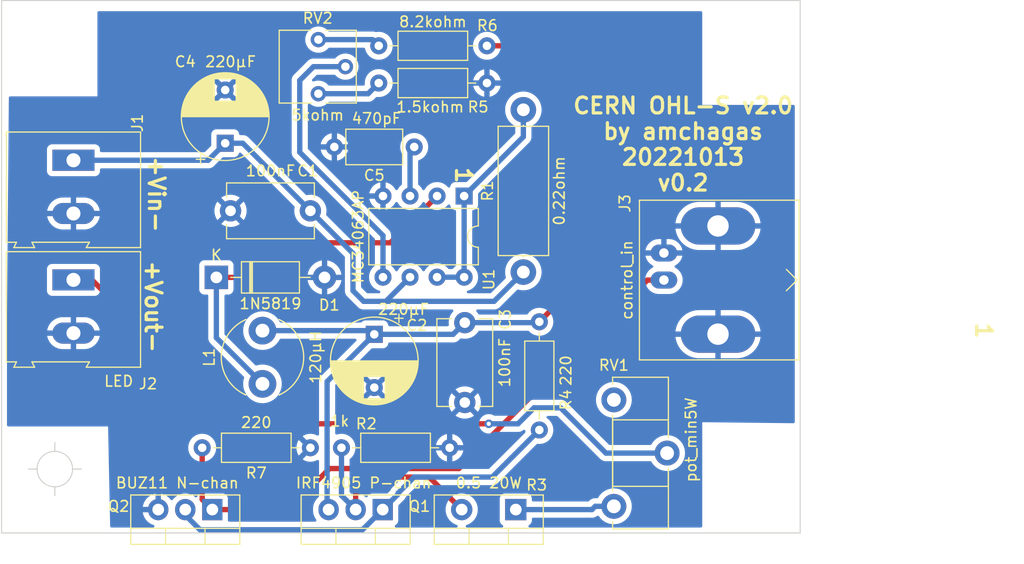
<source format=kicad_pcb>
(kicad_pcb (version 20211014) (generator pcbnew)
  (layers (0 "F.Cu" signal) (31 "B.Cu" signal) (34 "B.Paste" user) (35 "F.Paste" user) (36 "B.SilkS" user "B.Silkscreen") (37 "F.SilkS" user "F.Silkscreen") (38 "B.Mask" user) (39 "F.Mask" user) (44 "Edge.Cuts" user))
  (net 0 "")
  (net 1 "GND")
  (net 2 "Net-(J2-Pad1)")
  (net 3 "Net-(C2-Pad1)")
  (net 4 "VDD")
  (net 5 "Net-(D1-Pad1)")
  (net 6 "Net-(J3-Pad1)")
  (net 7 "Net-(C5-Pad1)")
  (net 8 "Net-(Q1-Pad1)")
  (net 9 "Net-(Q1-Pad2)")
  (net 10 "Net-(R1-Pad2)")
  (net 11 "Net-(R3-Pad1)")
  (net 12 "Net-(R5-Pad1)")
  (net 13 "Net-(R6-Pad2)")
  (net 15 "Net-(RV2-Pad2)")
  (footprint "Capacitor_THT:C_Disc_D8.0mm_W5.0mm_P7.50mm" (layer "F.Cu") (at 115 72.75 180)
    (fp_text reference "C1" (at 0.25 3.75) (layer "F.SilkS"))
    (fp_text value "100nF" (at 3.75 3.75) (layer "F.SilkS"))
    (pad "1" thru_hole circle (at 0 0 180) (size 2 2) (drill 1) (layers *.Cu *.Mask) (net 4 "VDD"))
    (pad "2" thru_hole circle (at 7.5 0 180) (size 2 2) (drill 1) (layers *.Cu *.Mask) (net 1 "GND"))
  )
  (footprint "Capacitor_THT:CP_Radial_D8.0mm_P5.00mm" (layer "F.Cu") (at 121 84.347349 -90)
    (fp_text reference "C2" (at -0.847349 -4) (layer "F.SilkS"))
    (fp_text value "220µF" (at -2.347349 -2.75 180) (layer "F.SilkS"))
    (pad "1" thru_hole rect locked (at 0 0 270) (size 1.6 1.6) (drill 0.8) (layers *.Cu *.Mask) (net 3 "Net-(C2-Pad1)"))
    (pad "2" thru_hole circle locked (at 5 0 270) (size 1.6 1.6) (drill 0.8) (layers *.Cu *.Mask) (net 1 "GND"))
  )
  (footprint "Capacitor_THT:C_Disc_D8.0mm_W5.0mm_P7.50mm" (layer "F.Cu") (at 129.5 90.75 90)
    (fp_text reference "C3" (at 7.8 3.8 90) (layer "F.SilkS"))
    (fp_text value "100nF" (at 3.75 3.75 90) (layer "F.SilkS"))
    (pad "1" thru_hole circle locked (at 0 0 90) (size 2 2) (drill 1) (layers *.Cu *.Mask) (net 1 "GND"))
    (pad "2" thru_hole circle locked (at 7.5 0 90) (size 2 2) (drill 1) (layers *.Cu *.Mask) (net 3 "Net-(C2-Pad1)"))
  )
  (footprint "Capacitor_THT:CP_Radial_D8.0mm_P5.00mm" (layer "F.Cu") (at 107 66.402651 90)
    (fp_text reference "C4" (at 7.652651 -3.75) (layer "F.SilkS"))
    (fp_text value "220µF" (at 7.652651 0.5) (layer "F.SilkS"))
    (pad "1" thru_hole rect locked (at 0 0 90) (size 1.6 1.6) (drill 0.8) (layers *.Cu *.Mask) (net 4 "VDD"))
    (pad "2" thru_hole circle locked (at 5 0 90) (size 1.6 1.6) (drill 0.8) (layers *.Cu *.Mask) (net 1 "GND"))
  )
  (footprint "Capacitor_THT:C_Axial_L5.1mm_D3.1mm_P7.50mm_Horizontal" (layer "F.Cu") (at 124.75 66.75 180)
    (fp_text reference "C5" (at 3.75 -2.67) (layer "F.SilkS"))
    (fp_text value "470pF" (at 3.55 2.67) (layer "F.SilkS"))
    (pad "1" thru_hole circle (at 0 0 180) (size 1.6 1.6) (drill 0.8) (layers *.Cu *.Mask) (net 7 "Net-(C5-Pad1)"))
    (pad "2" thru_hole oval (at 7.5 0 180) (size 1.6 1.6) (drill 0.8) (layers *.Cu *.Mask) (net 1 "GND"))
  )
  (footprint "Diode_THT:D_DO-41_SOD81_P10.16mm_Horizontal" (layer "F.Cu") (at 106.17 79)
    (fp_text reference "D1" (at 10.6 2.6) (layer "F.SilkS"))
    (fp_text value "1N5819" (at 5.08 2.47) (layer "F.SilkS"))
    (fp_text user "K" (at 0 -2.1) (layer "F.SilkS"))
    (pad "1" thru_hole rect locked (at 0 0) (size 2.2 2.2) (drill 1.1) (layers *.Cu *.Mask) (net 5 "Net-(D1-Pad1)"))
    (pad "2" thru_hole oval locked (at 10.16 0) (size 2.2 2.2) (drill 1.1) (layers *.Cu *.Mask) (net 1 "GND"))
  )
  (footprint "TerminalBlock:TerminalBlock_Altech_AK300-2_P5.00mm" (layer "F.Cu") (at 92.75 79.235 -90)
    (fp_text reference "J2" (at 9.765 -7) (layer "F.SilkS"))
    (fp_text value "LED" (at 9.515 -4.25) (layer "F.SilkS"))
    (pad "1" thru_hole rect locked (at 0 0 270) (size 1.98 3.96) (drill 1.32) (layers *.Cu *.Mask) (net 2 "Net-(J2-Pad1)"))
    (pad "2" thru_hole oval locked (at 5 0 270) (size 1.98 3.96) (drill 1.32) (layers *.Cu *.Mask) (net 1 "GND"))
  )
  (footprint "Connector_Coaxial_extra:BNC_Amphenol_B6252HB-NPP3G-50_Horizontal" (layer "F.Cu") (at 148.2 79.25 -90)
    (fp_text reference "J3" (at -7.1958 3.6606 90) (layer "F.SilkS"))
    (fp_text value "control_in" (at 0 3.4606 90) (layer "F.SilkS"))
    (pad "1" thru_hole oval locked (at 0 0 270) (size 1.6 2.5) (drill 0.89) (layers *.Cu *.Mask) (net 6 "Net-(J3-Pad1)"))
    (pad "2" thru_hole oval locked (at -5.08 -5.08 270) (size 3.5 7) (drill 2.01) (layers *.Cu *.Mask) (net 1 "GND"))
    (pad "2" thru_hole oval locked (at 5.08 -5.08 270) (size 3.5 7) (drill 2.01) (layers *.Cu *.Mask) (net 1 "GND"))
    (pad "2" thru_hole oval locked (at -2.54 0 270) (size 1.6 2.5) (drill 0.89) (layers *.Cu *.Mask) (net 1 "GND"))
  )
  (footprint "Package_TO_SOT_THT:TO-220-3_Vertical" (layer "F.Cu") (at 121.79 100.805 180)
    (fp_text reference "Q1" (at -3.46 0.305) (layer "F.SilkS"))
    (fp_text value "IRF4905 P-chan" (at 1.79 2.5) (layer "F.SilkS"))
    (pad "1" thru_hole rect (at 0 0 180) (size 1.905 2) (drill 1.1) (layers *.Cu *.Mask) (net 8 "Net-(Q1-Pad1)"))
    (pad "2" thru_hole oval (at 2.54 0 180) (size 1.905 2) (drill 1.1) (layers *.Cu *.Mask) (net 9 "Net-(Q1-Pad2)"))
    (pad "3" thru_hole oval (at 5.08 0 180) (size 1.905 2) (drill 1.1) (layers *.Cu *.Mask) (net 3 "Net-(C2-Pad1)"))
  )
  (footprint "Package_TO_SOT_THT:TO-220-3_Vertical" (layer "F.Cu") (at 105.79 100.805 180)
    (fp_text reference "Q2" (at 8.79 0.305) (layer "F.SilkS"))
    (fp_text value "BUZ11 N-chan" (at 3.29 2.5) (layer "F.SilkS"))
    (pad "1" thru_hole rect (at 0 0 180) (size 1.905 2) (drill 1.1) (layers *.Cu *.Mask) (net 6 "Net-(J3-Pad1)"))
    (pad "2" thru_hole oval (at 2.54 0 180) (size 1.905 2) (drill 1.1) (layers *.Cu *.Mask) (net 8 "Net-(Q1-Pad1)"))
    (pad "3" thru_hole oval (at 5.08 0 180) (size 1.905 2) (drill 1.1) (layers *.Cu *.Mask) (net 1 "GND"))
  )
  (footprint "Resistor_THT:R_Axial_DIN0414_L11.9mm_D4.5mm_P15.24mm_Horizontal" (layer "F.Cu") (at 135 78.5 90)
    (fp_text reference "R1" (at 7.62 -3.37 90) (layer "F.SilkS"))
    (fp_text value "0.22ohm" (at 7.62 3.37 90) (layer "F.SilkS"))
    (pad "1" thru_hole circle (at 0 0 90) (size 2.4 2.4) (drill 1.2) (layers *.Cu *.Mask) (net 4 "VDD"))
    (pad "2" thru_hole oval (at 15.24 0 90) (size 2.4 2.4) (drill 1.2) (layers *.Cu *.Mask) (net 10 "Net-(R1-Pad2)"))
  )
  (footprint "Package_TO_SOT_THT:TO-220-2_Vertical" (layer "F.Cu") (at 134.29 100.805 180)
    (fp_text reference "R3" (at -1.96 2.305) (layer "F.SilkS"))
    (fp_text value "0.5 20W" (at 2.54 2.5) (layer "F.SilkS"))
    (pad "1" thru_hole rect (at 0 0 180) (size 2 2) (drill 1.1) (layers *.Cu *.Mask) (net 11 "Net-(R3-Pad1)"))
    (pad "2" thru_hole oval (at 5.08 0 180) (size 2 2) (drill 1.1) (layers *.Cu *.Mask) (net 9 "Net-(Q1-Pad2)"))
  )
  (footprint "Resistor_THT:R_Axial_DIN0207_L6.3mm_D2.5mm_P10.16mm_Horizontal" (layer "F.Cu") (at 136.5 93.33 90)
    (fp_text reference "R4" (at 2.83 2.5 90) (layer "F.SilkS"))
    (fp_text value "220" (at 5.58 2.5 90) (layer "F.SilkS"))
    (pad "1" thru_hole circle locked (at 0 0 90) (size 1.6 1.6) (drill 0.8) (layers *.Cu *.Mask) (net 8 "Net-(Q1-Pad1)"))
    (pad "2" thru_hole oval locked (at 10.16 0 90) (size 1.6 1.6) (drill 0.8) (layers *.Cu *.Mask) (net 3 "Net-(C2-Pad1)"))
  )
  (footprint "Resistor_THT:R_Axial_DIN0207_L6.3mm_D2.5mm_P10.16mm_Horizontal" (layer "F.Cu") (at 121.42 60.75)
    (fp_text reference "R5" (at 9.33 2.25) (layer "F.SilkS"))
    (fp_text value "1.5kohm" (at 4.83 2.25) (layer "F.SilkS"))
    (pad "1" thru_hole circle locked (at 0 0) (size 1.6 1.6) (drill 0.8) (layers *.Cu *.Mask) (net 12 "Net-(R5-Pad1)"))
    (pad "2" thru_hole oval locked (at 10.16 0) (size 1.6 1.6) (drill 0.8) (layers *.Cu *.Mask) (net 1 "GND"))
  )
  (footprint "Potentiometer_THT:Potentiometer_Vishay_T73YP_Vertical" (layer "F.Cu") (at 115.75 61.75)
    (fp_text reference "RV2" (at -0.06 -7.09) (layer "F.SilkS"))
    (fp_text value "5kohm" (at -0.06 2.01) (layer "F.SilkS"))
    (pad "1" thru_hole circle (at 0 0) (size 1.44 1.44) (drill 0.8) (layers *.Cu *.Mask) (net 12 "Net-(R5-Pad1)"))
    (pad "2" thru_hole circle (at 2.54 -2.54) (size 1.44 1.44) (drill 0.8) (layers *.Cu *.Mask) (net 15 "Net-(RV2-Pad2)"))
    (pad "3" thru_hole circle (at 0 -5.08) (size 1.44 1.44) (drill 0.8) (layers *.Cu *.Mask) (net 13 "Net-(R6-Pad2)"))
  )
  (footprint "Package_DIP:DIP-8_W7.62mm" (layer "F.Cu") (at 129.4384 71.3608 -90)
    (fp_text reference "U1" (at 7.8392 -2.33 -90) (layer "F.SilkS"))
    (fp_text value "MC34063AP" (at 3.81 9.95 -90) (layer "F.SilkS"))
    (pad "1" thru_hole rect locked (at 0 0 270) (size 1.6 1.6) (drill 0.8) (layers *.Cu *.Mask) (net 10 "Net-(R1-Pad2)"))
    (pad "2" thru_hole oval locked (at 0 2.54 270) (size 1.6 1.6) (drill 0.8) (layers *.Cu *.Mask) (net 5 "Net-(D1-Pad1)"))
    (pad "3" thru_hole oval locked (at 0 5.08 270) (size 1.6 1.6) (drill 0.8) (layers *.Cu *.Mask) (net 7 "Net-(C5-Pad1)"))
    (pad "4" thru_hole oval locked (at 0 7.62 270) (size 1.6 1.6) (drill 0.8) (layers *.Cu *.Mask) (net 1 "GND"))
    (pad "5" thru_hole oval locked (at 7.62 7.62 270) (size 1.6 1.6) (drill 0.8) (layers *.Cu *.Mask) (net 15 "Net-(RV2-Pad2)"))
    (pad "6" thru_hole oval locked (at 7.62 5.08 270) (size 1.6 1.6) (drill 0.8) (layers *.Cu *.Mask) (net 4 "VDD"))
    (pad "7" thru_hole oval locked (at 7.62 2.54 270) (size 1.6 1.6) (drill 0.8) (layers *.Cu *.Mask) (net 10 "Net-(R1-Pad2)"))
    (pad "8" thru_hole oval locked (at 7.62 0 270) (size 1.6 1.6) (drill 0.8) (layers *.Cu *.Mask) (net 10 "Net-(R1-Pad2)"))
  )
  (footprint "MountingHole:MountingHole_3.2mm_M3" (layer "F.Cu") (at 91 58)
    (fp_text reference "H1" hide)
    (fp_text value "MountingHole")
    (pad "" np_thru_hole circle locked (at 0 0) (size 3.2 3.2) (drill 3.2) (layers *.Cu *.Mask))
  )
  (footprint "MountingHole:MountingHole_3.2mm_M3" (layer "F.Cu") (at 91 97)
    (fp_text reference "H3" hide)
    (fp_text value "MountingHole")
    (pad "" np_thru_hole circle locked (at 0 0) (size 3.2 3.2) (drill 3.2) (layers *.Cu *.Mask))
  )
  (footprint "Resistor_THT:R_Axial_DIN0207_L6.3mm_D2.5mm_P10.16mm_Horizontal" (layer "F.Cu") (at 131.58 57.25 180)
    (fp_text reference "R6" (at -0.04 1.9) (layer "F.SilkS"))
    (fp_text value "8.2kohm" (at 5.08 2.25) (layer "F.SilkS"))
    (pad "1" thru_hole circle locked (at 0 0 180) (size 1.6 1.6) (drill 0.8) (layers *.Cu *.Mask) (net 3 "Net-(C2-Pad1)"))
    (pad "2" thru_hole oval locked (at 10.16 0 180) (size 1.6 1.6) (drill 0.8) (layers *.Cu *.Mask) (net 13 "Net-(R6-Pad2)"))
  )
  (footprint "MountingHole:MountingHole_3.2mm_M3" (layer "F.Cu") (at 155.8 58)
    (fp_text reference "H4" hide)
    (fp_text value "MountingHole")
    (pad "" np_thru_hole circle locked (at 0 0) (size 3.2 3.2) (drill 3.2) (layers *.Cu *.Mask))
  )
  (footprint "TerminalBlock:TerminalBlock_Altech_AK300-2_P5.00mm" (layer "F.Cu") (at 92.75 68 -90)
    (fp_text reference "J1" (at -3.5 -6 -90) (layer "F.SilkS"))
    (fp_text value "Vin")
    (pad "1" thru_hole rect locked (at 0 0 270) (size 1.98 3.96) (drill 1.32) (layers *.Cu *.Mask) (net 4 "VDD"))
    (pad "2" thru_hole oval locked (at 5 0 270) (size 1.98 3.96) (drill 1.32) (layers *.Cu *.Mask) (net 1 "GND"))
  )
  (footprint "MountingHole:MountingHole_3.2mm_M3" (layer "F.Cu") (at 155.8 97)
    (fp_text reference "H2" hide)
    (fp_text value "MountingHole")
    (pad "" np_thru_hole circle locked (at 0 0) (size 3.2 3.2) (drill 3.2) (layers *.Cu *.Mask))
  )
  (footprint "Inductor_THT:L_Radial_D7.5mm_P5.00mm_Fastron_07P" (layer "F.Cu") (at 110.5 89 90)
    (fp_text reference "L1" (at 2.5 -5 90) (layer "F.SilkS"))
    (fp_text value "120µH" (at 2.5 5 90) (layer "F.SilkS"))
    (pad "1" thru_hole circle locked (at 0 0 90) (size 2.6 2.6) (drill 1.3) (layers *.Cu *.Mask) (net 5 "Net-(D1-Pad1)"))
    (pad "2" thru_hole circle locked (at 5 0 90) (size 2.6 2.6) (drill 1.3) (layers *.Cu *.Mask) (net 3 "Net-(C2-Pad1)"))
  )
  (footprint "Resistor_THT:R_Axial_DIN0207_L6.3mm_D2.5mm_P10.16mm_Horizontal" (layer "F.Cu") (at 117.92 95)
    (fp_text reference "R2" (at 2.33 -2.25) (layer "F.SilkS"))
    (fp_text value "1k" (at -0.17 -2.5) (layer "F.SilkS"))
    (pad "1" thru_hole circle (at 0 0) (size 1.6 1.6) (drill 0.8) (layers *.Cu *.Mask) (net 9 "Net-(Q1-Pad2)"))
    (pad "2" thru_hole oval (at 10.16 0) (size 1.6 1.6) (drill 0.8) (layers *.Cu *.Mask) (net 1 "GND"))
  )
  (footprint "Resistor_THT:R_Axial_DIN0207_L6.3mm_D2.5mm_P10.16mm_Horizontal" (layer "F.Cu") (at 115 95 180)
    (fp_text reference "R7" (at 5.08 -2.37 180) (layer "F.SilkS"))
    (fp_text value "220" (at 5.08 2.37 180) (layer "F.SilkS"))
    (pad "1" thru_hole circle (at 0 0 180) (size 1.6 1.6) (drill 0.8) (layers *.Cu *.Mask) (net 1 "GND"))
    (pad "2" thru_hole oval (at 10.16 0 180) (size 1.6 1.6) (drill 0.8) (layers *.Cu *.Mask) (net 6 "Net-(J3-Pad1)"))
  )
  (footprint "Potentiometer_THT:Potentiometer_ACP_CA14-H5_Horizontal" (layer "F.Cu") (at 143.5 90.5)
    (fp_text reference "RV1" (at 0 -3.25) (layer "F.SilkS"))
    (fp_text value "pot_min5W" (at 7.25 3.75 90) (layer "F.SilkS"))
    (pad "1" thru_hole circle (at 0 0) (size 2.34 2.34) (drill 1.3) (layers *.Cu *.Mask))
    (pad "2" thru_hole circle (at 5 5) (size 2.34 2.34) (drill 1.3) (layers *.Cu *.Mask) (net 2 "Net-(J2-Pad1)"))
    (pad "3" thru_hole circle (at 0 10) (size 2.34 2.34) (drill 1.3) (layers *.Cu *.Mask) (net 11 "Net-(R3-Pad1)"))
  )
  (gr_line (start 86 103) (end 86 53) (layer "Edge.Cuts") (width 0.1))
  (gr_line (start 161 53) (end 161 103) (layer "Edge.Cuts") (width 0.1))
  (gr_line (start 86 53) (end 161 53) (layer "Edge.Cuts") (width 0.1))
  (gr_line (start 161 103) (end 86 103) (layer "Edge.Cuts") (width 0.1))
  (gr_text "CERN OHL-S v2.0\nby amchagas\n20221013\nv0.2\n" (at 150 66.5) (layer "F.SilkS") (effects (font (size 1.5 1.5) (thickness 0.3))))
  (gr_text "1" (at 129.4 69.4 270) (layer "F.SilkS") (effects (font (size 1.5 1.5) (thickness 0.3))))
  (gr_text "+Vout-" (at 100.25 81.75 270) (layer "F.SilkS") (effects (font (size 1.5 1.5) (thickness 0.3))))
  (gr_text "+Vin-" (at 100.55 71.2 270) (layer "F.SilkS") (effects (font (size 1.5 1.5) (thickness 0.3))))
  (gr_text "1" (at 178.25 84 270) (layer "F.SilkS") (effects (font (size 1.5 1.5) (thickness 0.3))))
  (target plus (at 91 97) (size 5) (width 0.1) (layer "Edge.Cuts"))
  (segment (start 92.75 79.235) (end 94.485 79.235) (width 0.5) (layer "F.Cu") (net 2))
  (segment (start 108 92.75) (end 131.75 92.75) (width 0.5) (layer "F.Cu") (net 2))
  (segment (start 94.485 79.235) (end 108 92.75) (width 0.5) (layer "F.Cu") (net 2))
  (via (at 131.75 92.75) (size 0.8) (drill 0.4) (layers "F.Cu" "B.Cu") (net 2))
  (segment (start 142.75 95.5) (end 148.5 95.5) (width 0.5) (layer "B.Cu") (net 2))
  (segment (start 136 91.25) (end 138.5 91.25) (width 0.5) (layer "B.Cu") (net 2))
  (segment (start 131.75 92.75) (end 134.5 92.75) (width 0.5) (layer "B.Cu") (net 2))
  (segment (start 138.5 91.25) (end 142.75 95.5) (width 0.5) (layer "B.Cu") (net 2))
  (segment (start 134.5 92.75) (end 136 91.25) (width 0.5) (layer "B.Cu") (net 2))
  (segment (start 139 61) (end 139 80.67) (width 0.5) (layer "F.Cu") (net 3))
  (segment (start 135.25 57.25) (end 139 61) (width 0.5) (layer "F.Cu") (net 3))
  (segment (start 131.58 57.25) (end 135.25 57.25) (width 0.5) (layer "F.Cu") (net 3))
  (segment (start 139 80.67) (end 136.5 83.17) (width 0.5) (layer "F.Cu") (net 3))
  (segment (start 136.42 83.25) (end 136.5 83.17) (width 0.5) (layer "B.Cu") (net 3))
  (segment (start 116.71 100.805) (end 116.570489 100.665489) (width 0.5) (layer "B.Cu") (net 3))
  (segment (start 129.5 83.25) (end 136.42 83.25) (width 0.5) (layer "B.Cu") (net 3))
  (segment (start 110.5 84) (end 120.652651 84) (width 0.5) (layer "B.Cu") (net 3))
  (segment (start 128.402651 84.347349) (end 129.5 83.25) (width 0.5) (layer "B.Cu") (net 3))
  (segment (start 116.570489 100.665489) (end 116.570489 88.77686) (width 0.5) (layer "B.Cu") (net 3))
  (segment (start 120.652651 84) (end 121 84.347349) (width 0.5) (layer "B.Cu") (net 3))
  (segment (start 121 84.347349) (end 128.402651 84.347349) (width 0.5) (layer "B.Cu") (net 3))
  (segment (start 116.570489 88.77686) (end 121 84.347349) (width 0.5) (layer "B.Cu") (net 3))
  (segment (start 119 76.75) (end 119 80.25) (width 0.5) (layer "B.Cu") (net 4))
  (segment (start 107 66.402651) (end 108.652651 66.402651) (width 0.5) (layer "B.Cu") (net 4))
  (segment (start 122.0892 81.25) (end 132.25 81.25) (width 0.5) (layer "B.Cu") (net 4))
  (segment (start 122.0892 81.25) (end 124.3584 78.9808) (width 0.5) (layer "B.Cu") (net 4))
  (segment (start 115 72.75) (end 119 76.75) (width 0.5) (layer "B.Cu") (net 4))
  (segment (start 132.25 81.25) (end 135 78.5) (width 0.5) (layer "B.Cu") (net 4))
  (segment (start 120 81.25) (end 122.0892 81.25) (width 0.5) (layer "B.Cu") (net 4))
  (segment (start 119 80.25) (end 120 81.25) (width 0.5) (layer "B.Cu") (net 4))
  (segment (start 105.402651 68) (end 107 66.402651) (width 0.5) (layer "B.Cu") (net 4))
  (segment (start 108.652651 66.402651) (end 115 72.75) (width 0.5) (layer "B.Cu") (net 4))
  (segment (start 92.75 68) (end 105.402651 68) (width 0.5) (layer "B.Cu") (net 4))
  (segment (start 111.5 79) (end 114.75 75.75) (width 0.5) (layer "F.Cu") (net 5))
  (segment (start 122.5092 75.75) (end 126.8984 71.3608) (width 0.5) (layer "F.Cu") (net 5))
  (segment (start 114.75 75.75) (end 122.5092 75.75) (width 0.5) (layer "F.Cu") (net 5))
  (segment (start 106.17 79) (end 111.5 79) (width 0.5) (layer "F.Cu") (net 5))
  (segment (start 106.17 79) (end 106.17 84.67) (width 0.5) (layer "B.Cu") (net 5))
  (segment (start 106.17 84.67) (end 110.5 89) (width 0.5) (layer "B.Cu") (net 5))
  (segment (start 112.945 100.805) (end 105.79 100.805) (width 0.5) (layer "F.Cu") (net 6))
  (segment (start 112.945 100.805) (end 116.79952 96.95048) (width 0.5) (layer "F.Cu") (net 6))
  (segment (start 146.65096 79.25) (end 148.2 79.25) (width 0.5) (layer "F.Cu") (net 6))
  (segment (start 104.84 99.855) (end 105.79 100.805) (width 0.5) (layer "F.Cu") (net 6))
  (segment (start 116.79952 96.95048) (end 128.95048 96.95048) (width 0.5) (layer "F.Cu") (net 6))
  (segment (start 104.84 95) (end 104.84 99.855) (width 0.5) (layer "F.Cu") (net 6))
  (segment (start 128.95048 96.95048) (end 146.65096 79.25) (width 0.5) (layer "F.Cu") (net 6))
  (segment (start 124.3584 67.1416) (end 124.75 66.75) (width 0.5) (layer "B.Cu") (net 7))
  (segment (start 124.3584 71.3608) (end 124.3584 67.1416) (width 0.5) (layer "B.Cu") (net 7))
  (segment (start 121.79 100.805) (end 123.239511 99.355489) (width 0.5) (layer "B.Cu") (net 8))
  (segment (start 119.89452 102.70048) (end 104.633958 102.70048) (width 0.5) (layer "B.Cu") (net 8))
  (segment (start 132.08 97.75) (end 136.5 93.33) (width 0.5) (layer "B.Cu") (net 8))
  (segment (start 124.75 97.75) (end 132.08 97.75) (width 0.5) (layer "B.Cu") (net 8))
  (segment (start 104.633958 102.70048) (end 103.25 101.316522) (width 0.5) (layer "B.Cu") (net 8))
  (segment (start 123.239511 99.355489) (end 123.239511 99.260489) (width 0.5) (layer "B.Cu") (net 8))
  (segment (start 123.239511 99.260489) (end 124.75 97.75) (width 0.5) (layer "B.Cu") (net 8))
  (segment (start 121.79 100.805) (end 119.89452 102.70048) (width 0.5) (layer "B.Cu") (net 8))
  (segment (start 103.25 101.316522) (end 103.25 100.805) (width 0.5) (layer "B.Cu") (net 8))
  (segment (start 119.25 99.4) (end 119.25 100.805) (width 0.5) (layer "F.Cu") (net 9))
  (segment (start 120.9 97.75) (end 119.25 99.4) (width 0.5) (layer "F.Cu") (net 9))
  (segment (start 129.21 100.805) (end 126.155 97.75) (width 0.5) (layer "F.Cu") (net 9))
  (segment (start 126.155 97.75) (end 120.9 97.75) (width 0.5) (layer "F.Cu") (net 9))
  (segment (start 117.92 99.475) (end 119.25 100.805) (width 0.5) (layer "B.Cu") (net 9))
  (segment (start 117.92 95) (end 117.92 99.475) (width 0.5) (layer "B.Cu") (net 9))
  (segment (start 135 65.7992) (end 129.4384 71.3608) (width 0.5) (layer "B.Cu") (net 10))
  (segment (start 135 63.26) (end 135 65.7992) (width 0.5) (layer "B.Cu") (net 10))
  (segment (start 126.8984 78.9808) (end 129.4384 78.9808) (width 0.5) (layer "B.Cu") (net 10))
  (segment (start 129.4384 71.3608) (end 129.4384 78.9808) (width 0.5) (layer "B.Cu") (net 10))
  (segment (start 141.75 100.5) (end 143.5 100.5) (width 0.5) (layer "B.Cu") (net 11))
  (segment (start 134.29 100.805) (end 141.445 100.805) (width 0.5) (layer "B.Cu") (net 11))
  (segment (start 141.445 100.805) (end 141.75 100.5) (width 0.5) (layer "B.Cu") (net 11))
  (segment (start 115.75 61.75) (end 120.42 61.75) (width 0.5) (layer "B.Cu") (net 12))
  (segment (start 120.42 61.75) (end 121.42 60.75) (width 0.5) (layer "B.Cu") (net 12))
  (segment (start 115.75 56.67) (end 120.84 56.67) (width 0.5) (layer "B.Cu") (net 13))
  (segment (start 120.84 56.67) (end 121.42 57.25) (width 0.5) (layer "B.Cu") (net 13))
  (segment (start 115.29 59.21) (end 114 60.5) (width 0.5) (layer "B.Cu") (net 15))
  (segment (start 118.29 59.21) (end 115.29 59.21) (width 0.5) (layer "B.Cu") (net 15))
  (segment (start 121.8184 75.0684) (end 121.8184 78.9808) (width 0.5) (layer "B.Cu") (net 15))
  (segment (start 114 67.25) (end 121.8184 75.0684) (width 0.5) (layer "B.Cu") (net 15))
  (segment (start 114 60.5) (end 114 67.25) (width 0.5) (layer "B.Cu") (net 15))
  (zone (net 0) (net_name "") (layers F&B.Cu) (connect_pads (clearance 0)) (min_thickness 0.254)
    (keepout (tracks not_allowed) (vias not_allowed) (pads allowed) (copperpour not_allowed) (footprints allowed))
    (fill (thermal_gap 0.508) (thermal_bridge_width 0.508))
    (polygon (pts (xy 151.8 53.8) (xy 160.8 53.8) (xy 160.8 62.8) (xy 151.8 62.8)))
  )
  (zone (net 0) (net_name "") (layers F&B.Cu) (connect_pads (clearance 0)) (min_thickness 0.254)
    (keepout (tracks not_allowed) (vias not_allowed) (pads allowed) (copperpour not_allowed) (footprints allowed))
    (fill (thermal_gap 0.508) (thermal_bridge_width 0.508))
    (polygon (pts (xy 86.4 54) (xy 95 54) (xy 95 62) (xy 86.4 62)))
  )
  (zone (net 0) (net_name "") (layers F&B.Cu) (connect_pads (clearance 0)) (min_thickness 0.254)
    (keepout (tracks not_allowed) (vias not_allowed) (pads allowed) (copperpour not_allowed) (footprints allowed))
    (fill (thermal_gap 0.508) (thermal_bridge_width 0.508))
    (polygon (pts (xy 86.3 93) (xy 96 93) (xy 96.2 102.6) (xy 86.5 102.6)))
  )
  (zone (net 0) (net_name "") (layers F&B.Cu) (connect_pads (clearance 0)) (min_thickness 0.254)
    (keepout (tracks not_allowed) (vias not_allowed) (pads allowed) (copperpour not_allowed) (footprints allowed))
    (fill (thermal_gap 0.508) (thermal_bridge_width 0.508))
    (polygon (pts (xy 151.8 92.6) (xy 160.8 92.7) (xy 160.8 102.9) (xy 151.8 102.8)))
  )
  (zone (net 1) (net_name "GND") (layer "B.Cu") (connect_pads (clearance 0.508)) (min_thickness 0.254) (fill yes (thermal_gap 0.508) (thermal_bridge_width 0.508))
    (polygon (pts (xy 160.875 54) (xy 86.75 54) (xy 86.3375 102.8) (xy 160.4625 102.8)))
  )
)
</source>
